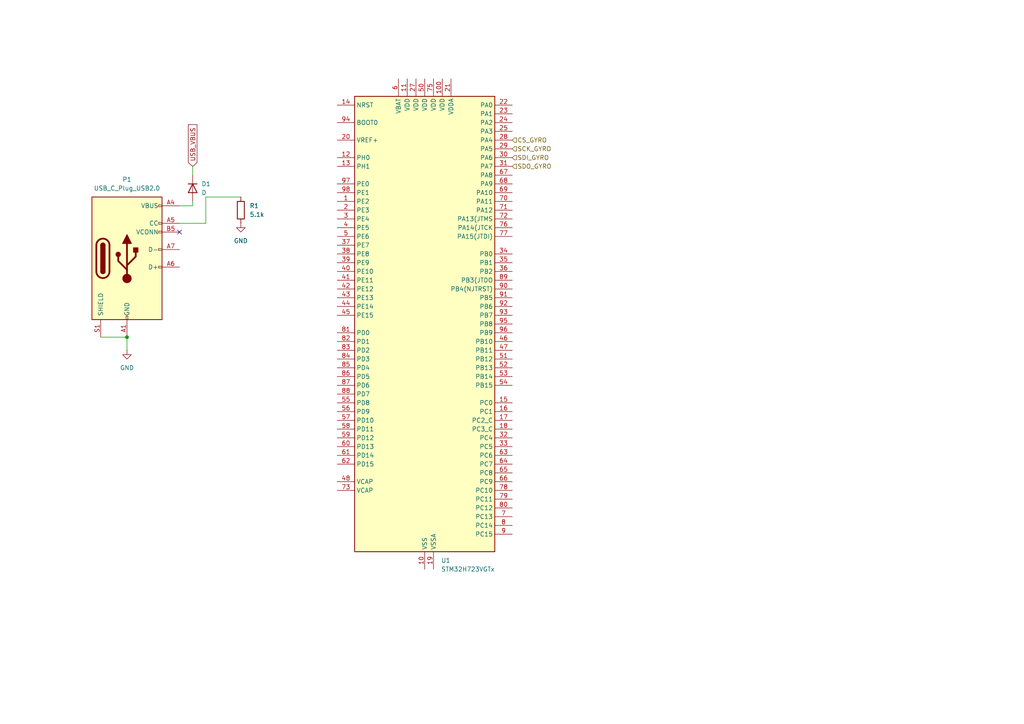
<source format=kicad_sch>
(kicad_sch (version 20231120) (generator "eeschema") (generator_version "8.0")
  (paper "A4")
  (lib_symbols
    (symbol "Connector:USB_C_Plug_USB2.0" (pin_names (offset 1.016))
      (property "Reference" "P" (at -10.16 19.05 0))
      (property "Value" "USB_C_Plug_USB2.0" (at 12.7 19.05 0))
      (symbol "USB_C_Plug_USB2.0_0_0"
        (rectangle (start -0.254 -17.78) (end 0.254 -16.764))
        (rectangle (start 10.16 -2.286) (end 9.144 -2.794))
        (rectangle (start 10.16 2.794) (end 9.144 2.286))
        (rectangle (start 10.16 7.874) (end 9.144 7.366))
        (rectangle (start 10.16 10.414) (end 9.144 9.906))
        (rectangle (start 10.16 15.494) (end 9.144 14.986))
      )
      (symbol "USB_C_Plug_USB2.0_0_1"
        (rectangle (start -10.16 17.78) (end 10.16 -17.78) (stroke (width 0.254)) (fill (type background)))
        (arc (start -8.89 -3.81) (mid -6.985 -5.7067) (end -5.08 -3.81) (stroke (width 0.508)))
        (arc (start -7.62 -3.81) (mid -6.985 -4.4423) (end -6.35 -3.81) (stroke (width 0.254)))
        (arc (start -7.62 -3.81) (mid -6.985 -4.4423) (end -6.35 -3.81) (stroke (width 0.254)) (fill (type outline)))
        (rectangle (start -7.62 -3.81) (end -6.35 3.81) (stroke (width 0.254)) (fill (type outline)))
        (arc (start -6.35 3.81) (mid -6.985 4.4423) (end -7.62 3.81) (stroke (width 0.254)))
        (arc (start -6.35 3.81) (mid -6.985 4.4423) (end -7.62 3.81) (stroke (width 0.254)) (fill (type outline)))
        (arc (start -5.08 3.81) (mid -6.985 5.7067) (end -8.89 3.81) (stroke (width 0.508)))
        (circle (center -2.54 1.143) (radius 0.635) (stroke (width 0.254)) (fill (type outline)))
        (circle (center 0 -5.842) (radius 1.27) (fill (type outline)))
        (polyline (pts (xy -8.89 -3.81) (xy -8.89 3.81)) (stroke (width 0.508)))
        (polyline (pts (xy -5.08 3.81) (xy -5.08 -3.81)) (stroke (width 0.508)))
        (polyline (pts (xy 0 -5.842) (xy 0 4.318)) (stroke (width 0.508)))
        (polyline (pts (xy 0 -3.302) (xy -2.54 -0.762) (xy -2.54 0.508)) (stroke (width 0.508)))
        (polyline (pts (xy 0 -2.032) (xy 2.54 0.508) (xy 2.54 1.778)) (stroke (width 0.508)))
        (polyline (pts (xy -1.27 4.318) (xy 0 6.858) (xy 1.27 4.318) (xy -1.27 4.318)) (stroke (width 0.254)) (fill (type outline)))
        (rectangle (start 1.905 1.778) (end 3.175 3.048) (stroke (width 0.254)) (fill (type outline)))
      )
      (symbol "USB_C_Plug_USB2.0_1_1"
        (pin passive line (at 0 -22.86 90) (length 5.08) (name "GND") (number "A1"))
        (pin passive line (at 0 -22.86 90) (length 5.08) hide (name "GND") (number "A12"))
        (pin passive line (at 15.24 15.24 180) (length 5.08) (name "VBUS") (number "A4"))
        (pin bidirectional line (at 15.24 10.16 180) (length 5.08) (name "CC") (number "A5"))
        (pin bidirectional line (at 15.24 -2.54 180) (length 5.08) (name "D+") (number "A6"))
        (pin bidirectional line (at 15.24 2.54 180) (length 5.08) (name "D-") (number "A7"))
        (pin passive line (at 15.24 15.24 180) (length 5.08) hide (name "VBUS") (number "A9"))
        (pin passive line (at 0 -22.86 90) (length 5.08) hide (name "GND") (number "B1"))
        (pin passive line (at 0 -22.86 90) (length 5.08) hide (name "GND") (number "B12"))
        (pin passive line (at 15.24 15.24 180) (length 5.08) hide (name "VBUS") (number "B4"))
        (pin bidirectional line (at 15.24 7.62 180) (length 5.08) (name "VCONN") (number "B5"))
        (pin passive line (at 15.24 15.24 180) (length 5.08) hide (name "VBUS") (number "B9"))
        (pin passive line (at -7.62 -22.86 90) (length 5.08) (name "SHIELD") (number "S1"))
      )
    )
    (symbol "Device:D" (pin_numbers hide) (pin_names (offset 1.016) hide)
      (property "Reference" "D" (at 0 2.54 0))
      (property "Value" "D" (at 0 -2.54 0))
      (symbol "D_0_1"
        (polyline (pts (xy -1.27 1.27) (xy -1.27 -1.27)) (stroke (width 0.254)))
        (polyline (pts (xy 1.27 0) (xy -1.27 0)))
        (polyline (pts (xy 1.27 1.27) (xy 1.27 -1.27) (xy -1.27 0) (xy 1.27 1.27)) (stroke (width 0.254)))
      )
      (symbol "D_1_1"
        (pin passive line (at -3.81 0 0) (length 2.54) (name "K") (number "1"))
        (pin passive line (at 3.81 0 180) (length 2.54) (name "A") (number "2"))
      )
    )
    (symbol "Device:R" (pin_numbers hide) (pin_names (offset 0))
      (property "Reference" "R" (at 2.032 0 90))
      (property "Value" "R" (at 0 0 90))
      (symbol "R_0_1"
        (rectangle (start -1.016 -2.54) (end 1.016 2.54) (stroke (width 0.254)))
      )
      (symbol "R_1_1"
        (pin passive line (at 0 3.81 270) (length 1.27) (name "~") (number "1"))
        (pin passive line (at 0 -3.81 90) (length 1.27) (name "~") (number "2"))
      )
    )
    (symbol "MCU_ST_STM32H7:STM32H723VGTx"
      (property "Reference" "U" (at -20.32 67.31 0))
      (property "Value" "STM32H723VGTx" (at 10.16 67.31 0))
      (symbol "STM32H723VGTx_0_1"
        (rectangle (start -20.32 -66.04) (end 20.32 66.04) (stroke (width 0.254)) (fill (type background)))
      )
      (symbol "STM32H723VGTx_1_1"
        (pin bidirectional line (at -25.4 35.56 0) (length 5.08) (name "PE2") (number "1"))
        (pin power_in line (at 0 -71.12 90) (length 5.08) (name "VSS") (number "10"))
        (pin power_in line (at 5.08 71.12 270) (length 5.08) (name "VDD") (number "100"))
        (pin power_in line (at -5.08 71.12 270) (length 5.08) (name "VDD") (number "11"))
        (pin bidirectional line (at -25.4 48.26 0) (length 5.08) (name "PH0") (number "12"))
        (pin bidirectional line (at -25.4 45.72 0) (length 5.08) (name "PH1") (number "13"))
        (pin input line (at -25.4 63.5 0) (length 5.08) (name "NRST") (number "14"))
        (pin bidirectional line (at 25.4 -22.86 180) (length 5.08) (name "PC0") (number "15"))
        (pin bidirectional line (at 25.4 -25.4 180) (length 5.08) (name "PC1") (number "16"))
        (pin bidirectional line (at 25.4 -27.94 180) (length 5.08) (name "PC2_C") (number "17"))
        (pin bidirectional line (at 25.4 -30.48 180) (length 5.08) (name "PC3_C") (number "18"))
        (pin power_in line (at 2.54 -71.12 90) (length 5.08) (name "VSSA") (number "19"))
        (pin bidirectional line (at -25.4 33.02 0) (length 5.08) (name "PE3") (number "2"))
        (pin input line (at -25.4 53.34 0) (length 5.08) (name "VREF+") (number "20"))
        (pin power_in line (at 7.62 71.12 270) (length 5.08) (name "VDDA") (number "21"))
        (pin bidirectional line (at 25.4 63.5 180) (length 5.08) (name "PA0") (number "22"))
        (pin bidirectional line (at 25.4 60.96 180) (length 5.08) (name "PA1") (number "23"))
        (pin bidirectional line (at 25.4 58.42 180) (length 5.08) (name "PA2") (number "24"))
        (pin bidirectional line (at 25.4 55.88 180) (length 5.08) (name "PA3") (number "25"))
        (pin passive line (at 0 -71.12 90) (length 5.08) hide (name "VSS") (number "26"))
        (pin power_in line (at -2.54 71.12 270) (length 5.08) (name "VDD") (number "27"))
        (pin bidirectional line (at 25.4 53.34 180) (length 5.08) (name "PA4") (number "28"))
        (pin bidirectional line (at 25.4 50.8 180) (length 5.08) (name "PA5") (number "29"))
        (pin bidirectional line (at -25.4 30.48 0) (length 5.08) (name "PE4") (number "3"))
        (pin bidirectional line (at 25.4 48.26 180) (length 5.08) (name "PA6") (number "30"))
        (pin bidirectional line (at 25.4 45.72 180) (length 5.08) (name "PA7") (number "31"))
        (pin bidirectional line (at 25.4 -33.02 180) (length 5.08) (name "PC4") (number "32"))
        (pin bidirectional line (at 25.4 -35.56 180) (length 5.08) (name "PC5") (number "33"))
        (pin bidirectional line (at 25.4 20.32 180) (length 5.08) (name "PB0") (number "34"))
        (pin bidirectional line (at 25.4 17.78 180) (length 5.08) (name "PB1") (number "35"))
        (pin bidirectional line (at 25.4 15.24 180) (length 5.08) (name "PB2") (number "36"))
        (pin bidirectional line (at -25.4 22.86 0) (length 5.08) (name "PE7") (number "37"))
        (pin bidirectional line (at -25.4 20.32 0) (length 5.08) (name "PE8") (number "38"))
        (pin bidirectional line (at -25.4 17.78 0) (length 5.08) (name "PE9") (number "39"))
        (pin bidirectional line (at -25.4 27.94 0) (length 5.08) (name "PE5") (number "4"))
        (pin bidirectional line (at -25.4 15.24 0) (length 5.08) (name "PE10") (number "40"))
        (pin bidirectional line (at -25.4 12.7 0) (length 5.08) (name "PE11") (number "41"))
        (pin bidirectional line (at -25.4 10.16 0) (length 5.08) (name "PE12") (number "42"))
        (pin bidirectional line (at -25.4 7.62 0) (length 5.08) (name "PE13") (number "43"))
        (pin bidirectional line (at -25.4 5.08 0) (length 5.08) (name "PE14") (number "44"))
        (pin bidirectional line (at -25.4 2.54 0) (length 5.08) (name "PE15") (number "45"))
        (pin bidirectional line (at 25.4 -5.08 180) (length 5.08) (name "PB10") (number "46"))
        (pin bidirectional line (at 25.4 -7.62 180) (length 5.08) (name "PB11") (number "47"))
        (pin power_out line (at -25.4 -45.72 0) (length 5.08) (name "VCAP") (number "48"))
        (pin passive line (at 0 -71.12 90) (length 5.08) hide (name "VSS") (number "49"))
        (pin bidirectional line (at -25.4 25.4 0) (length 5.08) (name "PE6") (number "5"))
        (pin power_in line (at 0 71.12 270) (length 5.08) (name "VDD") (number "50"))
        (pin bidirectional line (at 25.4 -10.16 180) (length 5.08) (name "PB12") (number "51"))
        (pin bidirectional line (at 25.4 -12.7 180) (length 5.08) (name "PB13") (number "52"))
        (pin bidirectional line (at 25.4 -15.24 180) (length 5.08) (name "PB14") (number "53"))
        (pin bidirectional line (at 25.4 -17.78 180) (length 5.08) (name "PB15") (number "54"))
        (pin bidirectional line (at -25.4 -22.86 0) (length 5.08) (name "PD8") (number "55"))
        (pin bidirectional line (at -25.4 -25.4 0) (length 5.08) (name "PD9") (number "56"))
        (pin bidirectional line (at -25.4 -27.94 0) (length 5.08) (name "PD10") (number "57"))
        (pin bidirectional line (at -25.4 -30.48 0) (length 5.08) (name "PD11") (number "58"))
        (pin bidirectional line (at -25.4 -33.02 0) (length 5.08) (name "PD12") (number "59"))
        (pin power_in line (at -7.62 71.12 270) (length 5.08) (name "VBAT") (number "6"))
        (pin bidirectional line (at -25.4 -35.56 0) (length 5.08) (name "PD13") (number "60"))
        (pin bidirectional line (at -25.4 -38.1 0) (length 5.08) (name "PD14") (number "61"))
        (pin bidirectional line (at -25.4 -40.64 0) (length 5.08) (name "PD15") (number "62"))
        (pin bidirectional line (at 25.4 -38.1 180) (length 5.08) (name "PC6") (number "63"))
        (pin bidirectional line (at 25.4 -40.64 180) (length 5.08) (name "PC7") (number "64"))
        (pin bidirectional line (at 25.4 -43.18 180) (length 5.08) (name "PC8") (number "65"))
        (pin bidirectional line (at 25.4 -45.72 180) (length 5.08) (name "PC9") (number "66"))
        (pin bidirectional line (at 25.4 43.18 180) (length 5.08) (name "PA8") (number "67"))
        (pin bidirectional line (at 25.4 40.64 180) (length 5.08) (name "PA9") (number "68"))
        (pin bidirectional line (at 25.4 38.1 180) (length 5.08) (name "PA10") (number "69"))
        (pin bidirectional line (at 25.4 -55.88 180) (length 5.08) (name "PC13") (number "7"))
        (pin bidirectional line (at 25.4 35.56 180) (length 5.08) (name "PA11") (number "70"))
        (pin bidirectional line (at 25.4 33.02 180) (length 5.08) (name "PA12") (number "71"))
        (pin bidirectional line (at 25.4 30.48 180) (length 5.08) (name "PA13(JTMS") (number "72"))
        (pin power_out line (at -25.4 -48.26 0) (length 5.08) (name "VCAP") (number "73"))
        (pin passive line (at 0 -71.12 90) (length 5.08) hide (name "VSS") (number "74"))
        (pin power_in line (at 2.54 71.12 270) (length 5.08) (name "VDD") (number "75"))
        (pin bidirectional line (at 25.4 27.94 180) (length 5.08) (name "PA14(JTCK") (number "76"))
        (pin bidirectional line (at 25.4 25.4 180) (length 5.08) (name "PA15(JTDI)") (number "77"))
        (pin bidirectional line (at 25.4 -48.26 180) (length 5.08) (name "PC10") (number "78"))
        (pin bidirectional line (at 25.4 -50.8 180) (length 5.08) (name "PC11") (number "79"))
        (pin bidirectional line (at 25.4 -58.42 180) (length 5.08) (name "PC14") (number "8"))
        (pin bidirectional line (at 25.4 -53.34 180) (length 5.08) (name "PC12") (number "80"))
        (pin bidirectional line (at -25.4 -2.54 0) (length 5.08) (name "PD0") (number "81"))
        (pin bidirectional line (at -25.4 -5.08 0) (length 5.08) (name "PD1") (number "82"))
        (pin bidirectional line (at -25.4 -7.62 0) (length 5.08) (name "PD2") (number "83"))
        (pin bidirectional line (at -25.4 -10.16 0) (length 5.08) (name "PD3") (number "84"))
        (pin bidirectional line (at -25.4 -12.7 0) (length 5.08) (name "PD4") (number "85"))
        (pin bidirectional line (at -25.4 -15.24 0) (length 5.08) (name "PD5") (number "86"))
        (pin bidirectional line (at -25.4 -17.78 0) (length 5.08) (name "PD6") (number "87"))
        (pin bidirectional line (at -25.4 -20.32 0) (length 5.08) (name "PD7") (number "88"))
        (pin bidirectional line (at 25.4 12.7 180) (length 5.08) (name "PB3(JTDO") (number "89"))
        (pin bidirectional line (at 25.4 -60.96 180) (length 5.08) (name "PC15") (number "9"))
        (pin bidirectional line (at 25.4 10.16 180) (length 5.08) (name "PB4(NJTRST)") (number "90"))
        (pin bidirectional line (at 25.4 7.62 180) (length 5.08) (name "PB5") (number "91"))
        (pin bidirectional line (at 25.4 5.08 180) (length 5.08) (name "PB6") (number "92"))
        (pin bidirectional line (at 25.4 2.54 180) (length 5.08) (name "PB7") (number "93"))
        (pin input line (at -25.4 58.42 0) (length 5.08) (name "BOOT0") (number "94"))
        (pin bidirectional line (at 25.4 0 180) (length 5.08) (name "PB8") (number "95"))
        (pin bidirectional line (at 25.4 -2.54 180) (length 5.08) (name "PB9") (number "96"))
        (pin bidirectional line (at -25.4 40.64 0) (length 5.08) (name "PE0") (number "97"))
        (pin bidirectional line (at -25.4 38.1 0) (length 5.08) (name "PE1") (number "98"))
        (pin passive line (at 0 -71.12 90) (length 5.08) hide (name "VSS") (number "99"))
      )
    )
    (symbol "power:GND" (power) (pin_numbers hide) (pin_names (offset 0) hide)
      (property "Value" "GND" (at 0 -3.81 0))
      (symbol "GND_0_1"
        (polyline (pts (xy 0 0) (xy 0 -1.27) (xy 1.27 -1.27) (xy 0 -2.54) (xy -1.27 -1.27) (xy 0 -1.27)))
      )
      (symbol "GND_1_1"
        (pin power_in line (at 0 0 270) (length 0) (name "~") (number "1"))
      )
    )
  )
  (junction (at 36.83 97.79))
  (no_connect (at 52.07 67.31))
  (wire (pts (xy 36.83 97.79) (xy 36.83 101.6)))
  (wire (pts (xy 59.69 57.15) (xy 59.69 64.77)))
  (wire (pts (xy 59.69 57.15) (xy 69.85 57.15)))
  (wire (pts (xy 29.21 97.79) (xy 36.83 97.79)))
  (wire (pts (xy 55.88 58.42) (xy 55.88 59.69)))
  (wire (pts (xy 59.69 64.77) (xy 52.07 64.77)))
  (wire (pts (xy 52.07 59.69) (xy 55.88 59.69)))
  (wire (pts (xy 55.88 50.8) (xy 55.88 48.26)))
  (global_label "USB_VBUS" (shape input) (at 55.88 48.26 90) (property "Intersheetrefs" "${INTERSHEET_REFS}" (effects (hide yes))))
  (hierarchical_label "SDO_GYRO" (shape input) (at 148.59 48.26 0))
  (hierarchical_label "SDI_GYRO" (shape input) (at 148.59 45.72 0))
  (hierarchical_label "SCK_GYRO" (shape input) (at 148.59 43.18 0))
  (hierarchical_label "CS_GYRO" (shape input) (at 148.59 40.64 0))
  (symbol (lib_id "power:GND") (at 36.83 101.6 0) (unit 1)
    (property "Reference" "#PWR07" (effects (hide yes)))
    (property "Value" "GND" (at 36.83 106.68 0))
    (property "Description" "Power symbol creates a global label with name \"GND\" , ground" (effects (hide yes)))
  )
  (symbol (lib_id "power:GND") (at 69.85 64.77 0) (unit 1)
    (property "Reference" "#PWR08" (effects (hide yes)))
    (property "Value" "GND" (at 69.85 69.85 0))
    (property "Description" "Power symbol creates a global label with name \"GND\" , ground" (effects (hide yes)))
  )
  (symbol (lib_id "MCU_ST_STM32H7:STM32H723VGTx") (at 123.19 93.98 0) (unit 1)
    (property "Reference" "U1" (at 127.9241 162.56 0) (effects (justify left)))
    (property "Value" "STM32H723VGTx" (at 127.9241 165.1 0) (effects (justify left)))
    (property "Footprint" "Package_QFP:LQFP-100_14x14mm_P0.5mm" (effects (hide yes)))
    (property "Datasheet" "https://www.st.com/resource/en/datasheet/stm32h723vg.pdf" (effects (hide yes)))
    (property "Description" "STMicroelectronics Arm Cortex-M7 MCU, 1024KB flash, 564KB RAM, 550 MHz, 1.71-3.6V, 82 GPIO, LQFP100" (effects (hide yes)))
  )
  (symbol (lib_id "Device:D") (at 55.88 54.61 270) (unit 1)
    (property "Reference" "D1" (at 58.42 53.3399 90) (effects (justify left)))
    (property "Value" "D" (at 58.42 55.8799 90) (effects (justify left)))
    (property "Description" "Diode" (effects (hide yes)))
    (property "Sim.Device" "D" (effects (hide yes)))
    (property "Sim.Pins" "1=K 2=A" (effects (hide yes)))
  )
  (symbol (lib_id "Device:R") (at 69.85 60.96 180) (unit 1)
    (property "Reference" "R1" (at 72.39 59.6899 0) (effects (justify right)))
    (property "Value" "5.1k" (at 72.39 62.2299 0) (effects (justify right)))
    (property "Description" "Resistor" (effects (hide yes)))
  )
  (symbol (lib_id "Connector:USB_C_Plug_USB2.0") (at 36.83 74.93 0) (unit 1)
    (property "Reference" "P1" (at 36.83 52.07 0))
    (property "Value" "USB_C_Plug_USB2.0" (at 36.83 54.61 0))
    (property "Footprint" "Connector_USB:USB_C_Receptacle_GCT_USB4105-xx-A_16P_TopMnt_Horizontal" (effects (hide yes)))
    (property "Datasheet" "https://www.usb.org/sites/default/files/documents/usb_type-c.zip" (effects (hide yes)))
    (property "Description" "USB 2.0-only Type-C Plug connector" (effects (hide yes)))
  )
)
</source>
